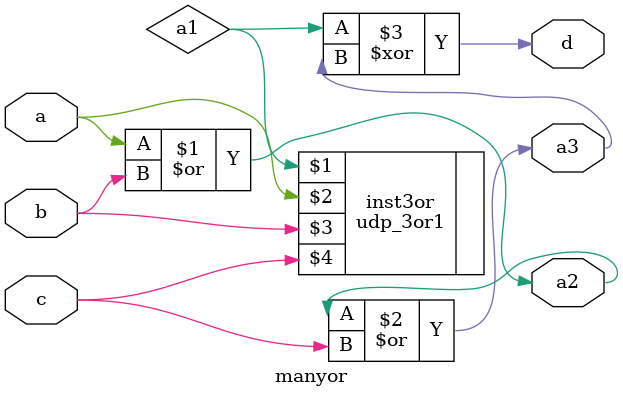
<source format=v>
module manyor(input a, b, c, output d, a2, a3);
wire a1 ;
udp_3or1 inst3or(a1, a, b, c) ;
or ins1or(a2, a, b) ;
or ins2or(a3, a2, c) ;
xor ins1xor(d, a1, a3) ;
endmodule
</source>
